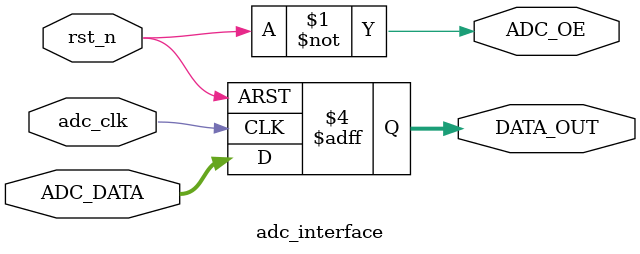
<source format=sv>
module adc_interface (
    input  logic        adc_clk,     // ADC时钟输入（与ADS805同步）
    input  logic        rst_n,       // 异步复位（低电平有效）
    input  logic [11:0] ADC_DATA,    // ADS805并行数据输入
    output logic [11:0] DATA_OUT,    // 同步后的数据输出
    output logic        ADC_OE       // ADS805输出使能（低电平有效）
);

// ADC输出使能控制
assign ADC_OE = ~rst_n; // 复位期间禁用ADC输出，正常工作期间使能

// 数据同步寄存器
always_ff @(posedge adc_clk or negedge rst_n) begin
    if (!rst_n) begin
        DATA_OUT <= 12'h000;        // 复位时清零输出
    end else begin
        DATA_OUT <= ADC_DATA;       // 时钟上升沿捕获数据
    end
end

endmodule
</source>
